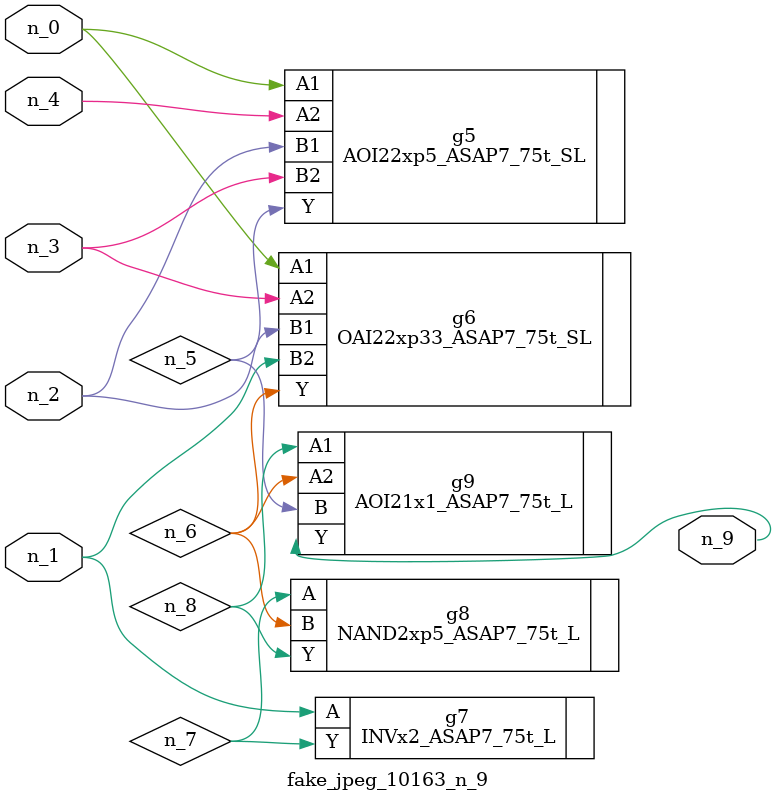
<source format=v>
module fake_jpeg_10163_n_9 (n_3, n_2, n_1, n_0, n_4, n_9);

input n_3;
input n_2;
input n_1;
input n_0;
input n_4;

output n_9;

wire n_8;
wire n_6;
wire n_5;
wire n_7;

AOI22xp5_ASAP7_75t_SL g5 ( 
.A1(n_0),
.A2(n_4),
.B1(n_2),
.B2(n_3),
.Y(n_5)
);

OAI22xp33_ASAP7_75t_SL g6 ( 
.A1(n_0),
.A2(n_3),
.B1(n_2),
.B2(n_1),
.Y(n_6)
);

INVx2_ASAP7_75t_L g7 ( 
.A(n_1),
.Y(n_7)
);

NAND2xp5_ASAP7_75t_L g8 ( 
.A(n_7),
.B(n_6),
.Y(n_8)
);

AOI21x1_ASAP7_75t_L g9 ( 
.A1(n_8),
.A2(n_6),
.B(n_5),
.Y(n_9)
);


endmodule
</source>
